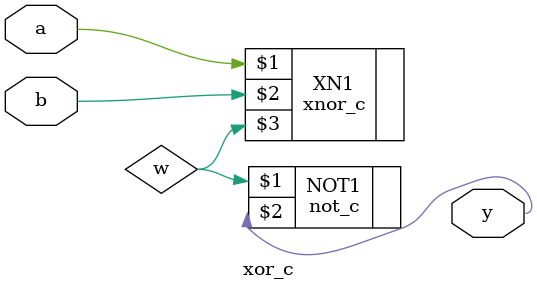
<source format=v>
module xor_c(a,b,y);

	input a,b;
	output y;
	wire w;

	xnor_c XN1(a,b,w);
	not_c NOT1(w,y);
endmodule

</source>
